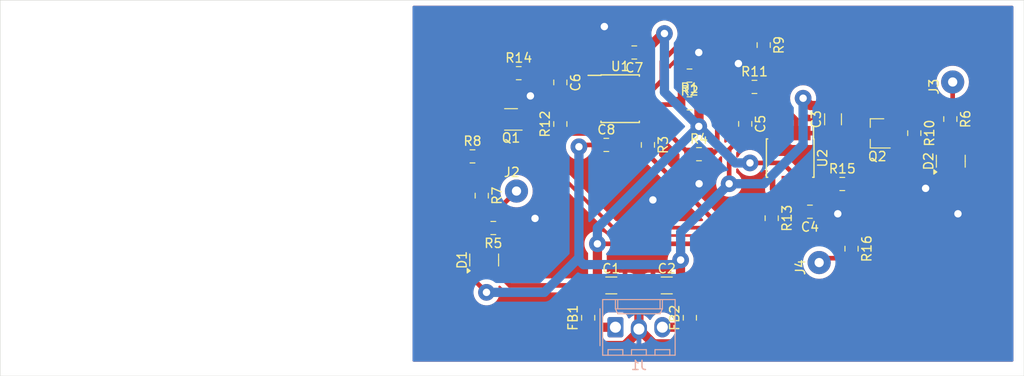
<source format=kicad_pcb>
(kicad_pcb (version 20240108) (generator "pcbnew") (generator_version "8.0")
  (layers (0 "F.Cu" signal) (31 "B.Cu" signal) (34 "B.Paste" user) (35 "F.Paste" user) (36 "B.SilkS" user "B.Silkscreen") (37 "F.SilkS" user "F.Silkscreen") (38 "B.Mask" user) (39 "F.Mask" user) (44 "Edge.Cuts" user))
  (net 0 "")
  (net 1 "GND")
  (net 2 "+5V")
  (net 3 "-5V")
  (net 4 "Net-(U2-Iout)")
  (net 5 "Net-(C6-Pad1)")
  (net 6 "Net-(Q1B-C)")
  (net 7 "Net-(D1-Pad3)")
  (net 8 "Net-(D2-Pad3)")
  (net 9 "Net-(J1-Pin_1)")
  (net 10 "Net-(J1-Pin_3)")
  (net 11 "Net-(J2-Pin_1)")
  (net 12 "Net-(J3-Pin_1)")
  (net 13 "Net-(J4-Pin_1)")
  (net 14 "Net-(Q1A-E)")
  (net 15 "Net-(Q1A-C)")
  (net 16 "Net-(Q1B-B)")
  (net 17 "Net-(Q2-PadB)")
  (net 18 "Net-(U2-Vout)")
  (net 19 "Net-(R4-Pad2)")
  (net 20 "Net-(U2--In)")
  (net 21 "Net-(U2-Iset)")
  (net 22 "Net-(U2-Gain)")
  (net 23 "Net-(U1B--)")
  (net 24 "Net-(U1B-+)")
  (footprint "synkie_footprints:R_0805_2012Metric_Pad1.15x1.40mm_HandSolder" (layer "F.Cu") (at 77.4875 46.54 -90)
    (property "Reference" "R7" (at 0 -1.65 90) (layer "F.SilkS"))
    (property "Value" "10k?")
    (fp_line (start -0.261252 0.71) (end 0.261252 0.71) (stroke (width 0.12)) (layer "F.SilkS"))
    (fp_line (start -0.261252 -0.71) (end 0.261252 -0.71) (stroke (width 0.12)) (layer "F.SilkS"))
    (pad "1" smd roundrect (at -1.025 0 270) (size 1.15 1.4) (layers "F.Cu" "F.Paste" "F.Mask") (roundrect_rratio 0.217391) (net 16 "Net-(Q1B-B)"))
    (pad "2" smd roundrect (at 1.025 0 270) (size 1.15 1.4) (layers "F.Cu" "F.Paste" "F.Mask") (roundrect_rratio 0.217391) (net 7 "Net-(D1-Pad3)"))
  )
  (footprint "synkie_footprints:R_0805_2012Metric_Pad1.15x1.40mm_HandSolder" (layer "F.Cu") (at 76.4875 42.29)
    (property "Reference" "R8" (at 0 -1.65 360) (layer "F.SilkS"))
    (property "Value" "180?")
    (fp_line (start -0.261252 -0.71) (end 0.261252 -0.71) (stroke (width 0.12)) (layer "F.SilkS"))
    (fp_line (start -0.261252 0.71) (end 0.261252 0.71) (stroke (width 0.12)) (layer "F.SilkS"))
    (pad "1" smd roundrect (at -1.025 0) (size 1.15 1.4) (layers "F.Cu" "F.Paste" "F.Mask") (roundrect_rratio 0.217391) (net 1 "GND"))
    (pad "2" smd roundrect (at 1.025 0) (size 1.15 1.4) (layers "F.Cu" "F.Paste" "F.Mask") (roundrect_rratio 0.217391) (net 16 "Net-(Q1B-B)"))
  )
  (footprint "synkie_footprints:SOT-23_BEC" (layer "F.Cu") (at 120.275 39.8025 180)
    (property "Reference" "Q2" (at 0 -2.5 360) (layer "F.SilkS"))
    (property "Value" "Trans_NPN_Generic")
    (fp_line (start 0.76 1.58) (end 0.76 0.65) (stroke (width 0.12)) (layer "F.SilkS"))
    (fp_line (start 0.76 1.58) (end -0.7 1.58) (stroke (width 0.12)) (layer "F.SilkS"))
    (fp_line (start 0.76 -1.58) (end 0.76 -0.65) (stroke (width 0.12)) (layer "F.SilkS"))
    (fp_line (start 0.76 -1.58) (end -1.4 -1.58) (stroke (width 0.12)) (layer "F.SilkS"))
    (pad "B" smd rect (at -1 -0.95 180) (size 0.9 0.8) (layers "F.Cu" "F.Paste" "F.Mask") (net 17 "Net-(Q2-PadB)"))
    (pad "C" smd rect (at 1 0 180) (size 0.9 0.8) (layers "F.Cu" "F.Paste" "F.Mask") (net 4 "Net-(U2-Iout)"))
    (pad "E" smd rect (at -1 0.95 180) (size 0.9 0.8) (layers "F.Cu" "F.Paste" "F.Mask") (net 1 "GND"))
  )
  (footprint "synkie_footprints:R_0805_2012Metric_Pad1.15x1.40mm_HandSolder" (layer "F.Cu") (at 95.4625 41.0525 -90)
    (property "Reference" "R3" (at 0 -1.65 90) (layer "F.SilkS"))
    (property "Value" "10k")
    (fp_line (start -0.261252 0.71) (end 0.261252 0.71) (stroke (width 0.12)) (layer "F.SilkS"))
    (fp_line (start -0.261252 -0.71) (end 0.261252 -0.71) (stroke (width 0.12)) (layer "F.SilkS"))
    (pad "1" smd roundrect (at -1.025 0 270) (size 1.15 1.4) (layers "F.Cu" "F.Paste" "F.Mask") (roundrect_rratio 0.217391) (net 24 "Net-(U1B-+)"))
    (pad "2" smd roundrect (at 1.025 0 270) (size 1.15 1.4) (layers "F.Cu" "F.Paste" "F.Mask") (roundrect_rratio 0.217391) (net 18 "Net-(U2-Vout)"))
  )
  (footprint "synkie_footprints:R_0805_2012Metric_Pad1.15x1.40mm_HandSolder" (layer "F.Cu") (at 100.9875 42.0525)
    (property "Reference" "R4" (at 0 -1.65 360) (layer "F.SilkS"))
    (property "Value" "100k")
    (fp_line (start -0.261252 -0.71) (end 0.261252 -0.71) (stroke (width 0.12)) (layer "F.SilkS"))
    (fp_line (start -0.261252 0.71) (end 0.261252 0.71) (stroke (width 0.12)) (layer "F.SilkS"))
    (pad "1" smd roundrect (at -1.025 0) (size 1.15 1.4) (layers "F.Cu" "F.Paste" "F.Mask") (roundrect_rratio 0.217391) (net 24 "Net-(U1B-+)"))
    (pad "2" smd roundrect (at 1.025 0) (size 1.15 1.4) (layers "F.Cu" "F.Paste" "F.Mask") (roundrect_rratio 0.217391) (net 19 "Net-(R4-Pad2)"))
  )
  (footprint "synkie_footprints:SOIC-8_3.9x4.9mm_P1.27mm" (layer "F.Cu") (at 110.8525 42.4775 -90)
    (property "Reference" "U2" (at 0 -3.5 90) (layer "F.SilkS"))
    (property "Value" "LT1228")
    (fp_line (start -2.075 2.575) (end 2.075 2.575) (stroke (width 0.15)) (layer "F.SilkS"))
    (fp_line (start -2.075 2.575) (end -2.075 2.43) (stroke (width 0.15)) (layer "F.SilkS"))
    (fp_line (start 2.075 2.575) (end 2.075 2.43) (stroke (width 0.15)) (layer "F.SilkS"))
    (fp_line (start -2.075 -2.525) (end -3.475 -2.525) (stroke (width 0.15)) (layer "F.SilkS"))
    (fp_line (start -2.075 -2.575) (end -2.075 -2.525) (stroke (width 0.15)) (layer "F.SilkS"))
    (fp_line (start -2.075 -2.575) (end 2.075 -2.575) (stroke (width 0.15)) (layer "F.SilkS"))
    (fp_line (start 2.075 -2.575) (end 2.075 -2.43) (stroke (width 0.15)) (layer "F.SilkS"))
    (pad "1" smd rect (at -2.7 -1.905 270) (size 1.55 0.6) (layers "F.Cu" "F.Paste" "F.Mask") (net 4 "Net-(U2-Iout)"))
    (pad "2" smd rect (at -2.7 -0.635 270) (size 1.55 0.6) (layers "F.Cu" "F.Paste" "F.Mask") (net 20 "Net-(U2--In)"))
    (pad "3" smd rect (at -2.7 0.635 270) (size 1.55 0.6) (layers "F.Cu" "F.Paste" "F.Mask") (net 1 "GND"))
    (pad "4" smd rect (at -2.7 1.905 270) (size 1.55 0.6) (layers "F.Cu" "F.Paste" "F.Mask") (net 3 "-5V"))
    (pad "5" smd rect (at 2.7 1.905 270) (size 1.55 0.6) (layers "F.Cu" "F.Paste" "F.Mask") (net 21 "Net-(U2-Iset)"))
    (pad "6" smd rect (at 2.7 0.635 270) (size 1.55 0.6) (layers "F.Cu" "F.Paste" "F.Mask") (net 18 "Net-(U2-Vout)"))
    (pad "7" smd rect (at 2.7 -0.635 270) (size 1.55 0.6) (layers "F.Cu" "F.Paste" "F.Mask") (net 2 "+5V"))
    (pad "8" smd rect (at 2.7 -1.905 270) (size 1.55 0.6) (layers "F.Cu" "F.Paste" "F.Mask") (net 22 "Net-(U2-Gain)"))
  )
  (footprint "synkie_footprints:C_1206_3216Metric_Pad1.42x1.75mm_HandSolder" (layer "F.Cu") (at 115.4875 38.2775 90)
    (property "Reference" "C3" (at 0 -1.82 90) (layer "F.SilkS"))
    (property "Value" "1n")
    (fp_line (start -0.602064 -0.91) (end 0.602064 -0.91) (stroke (width 0.12)) (layer "F.SilkS"))
    (fp_line (start -0.602064 0.91) (end 0.602064 0.91) (stroke (width 0.12)) (layer "F.SilkS"))
    (pad "1" smd roundrect (at -1.4875 0 90) (size 1.425 1.75) (layers "F.Cu" "F.Paste" "F.Mask") (roundrect_rratio 0.175439) (net 4 "Net-(U2-Iout)"))
    (pad "2" smd roundrect (at 1.4875 0 90) (size 1.425 1.75) (layers "F.Cu" "F.Paste" "F.Mask") (roundrect_rratio 0.175439) (net 3 "-5V"))
  )
  (footprint "synkie_footprints:R_0805_2012Metric_Pad1.15x1.40mm_HandSolder" (layer "F.Cu") (at 81.4875 33.29)
    (property "Reference" "R14" (at 0 -1.65 0) (layer "F.SilkS"))
    (property "Value" "1k?")
    (fp_line (start -0.261252 -0.71) (end 0.261252 -0.71) (stroke (width 0.12)) (layer "F.SilkS"))
    (fp_line (start -0.261252 0.71) (end 0.261252 0.71) (stroke (width 0.12)) (layer "F.SilkS"))
    (pad "1" smd roundrect (at -1.025 0) (size 1.15 1.4) (layers "F.Cu" "F.Paste" "F.Mask") (roundrect_rratio 0.217391) (net 14 "Net-(Q1A-E)"))
    (pad "2" smd roundrect (at 1.025 0) (size 1.15 1.4) (layers "F.Cu" "F.Paste" "F.Mask") (roundrect_rratio 0.217391) (net 5 "Net-(C6-Pad1)"))
  )
  (footprint "Package_TO_SOT_SMD:SOT-23" (layer "F.Cu") (at 77.75 53.5 90)
    (property "Reference" "D1" (at 0 -2.4 90) (layer "F.SilkS"))
    (property "Value" "BAT54S")
    (fp_line (start 0 -1.56) (end 0.65 -1.56) (stroke (width 0.12)) (layer "F.SilkS"))
    (fp_line (start 0 -1.56) (end -0.65 -1.56) (stroke (width 0.12)) (layer "F.SilkS"))
    (fp_line (start 0 1.56) (end 0.65 1.56) (stroke (width 0.12)) (layer "F.SilkS"))
    (fp_line (start 0 1.56) (end -0.65 1.56) (stroke (width 0.12)) (layer "F.SilkS"))
    (fp_poly (pts (xy -1.1625 -1.51) (xy -1.4025 -1.84) (xy -0.9225 -1.84) (xy -1.1625 -1.51)) (stroke (width 0.12)) (fill solid) (layer "F.SilkS"))
    (pad "1" smd roundrect (at -0.9375 -0.95 90) (size 1.475 0.6) (layers "F.Cu" "F.Paste" "F.Mask") (net 3 "-5V"))
    (pad "2" smd roundrect (at -0.9375 0.95 90) (size 1.475 0.6) (layers "F.Cu" "F.Paste" "F.Mask") (net 2 "+5V"))
    (pad "3" smd roundrect (at 0.9375 0 90) (size 1.475 0.6) (layers "F.Cu" "F.Paste" "F.Mask") (net 7 "Net-(D1-Pad3)"))
  )
  (footprint "synkie_footprints:R_0805_2012Metric_Pad1.15x1.40mm_HandSolder" (layer "F.Cu") (at 108.8525 48.9775 -90)
    (property "Reference" "R13" (at 0 -1.65 90) (layer "F.SilkS"))
    (property "Value" "3k?")
    (fp_line (start -0.261252 0.71) (end 0.261252 0.71) (stroke (width 0.12)) (layer "F.SilkS"))
    (fp_line (start -0.261252 -0.71) (end 0.261252 -0.71) (stroke (width 0.12)) (layer "F.SilkS"))
    (pad "1" smd roundrect (at -1.025 0 270) (size 1.15 1.4) (layers "F.Cu" "F.Paste" "F.Mask") (roundrect_rratio 0.217391) (net 21 "Net-(U2-Iset)"))
    (pad "2" smd roundrect (at 1.025 0 270) (size 1.15 1.4) (layers "F.Cu" "F.Paste" "F.Mask") (roundrect_rratio 0.217391) (net 15 "Net-(Q1A-C)"))
  )
  (footprint "synkie_footprints:R_0805_2012Metric_Pad1.15x1.40mm_HandSolder" (layer "F.Cu") (at 116.4875 45.2775)
    (property "Reference" "R15" (at 0 -1.65 360) (layer "F.SilkS"))
    (property "Value" "1k")
    (fp_line (start -0.261252 -0.71) (end 0.261252 -0.71) (stroke (width 0.12)) (layer "F.SilkS"))
    (fp_line (start -0.261252 0.71) (end 0.261252 0.71) (stroke (width 0.12)) (layer "F.SilkS"))
    (pad "1" smd roundrect (at -1.025 0) (size 1.15 1.4) (layers "F.Cu" "F.Paste" "F.Mask") (roundrect_rratio 0.217391) (net 22 "Net-(U2-Gain)"))
    (pad "2" smd roundrect (at 1.025 0) (size 1.15 1.4) (layers "F.Cu" "F.Paste" "F.Mask") (roundrect_rratio 0.217391) (net 18 "Net-(U2-Vout)"))
  )
  (footprint "synkie_footprints:L_0805_2012Metric_Pad1.15x1.40mm_HandSolder" (layer "F.Cu") (at 100 59.75 90)
    (property "Reference" "FB2" (at 0 -1.65 90) (layer "F.SilkS"))
    (property "Value" "L")
    (fp_line (start -0.261252 -0.71) (end 0.261252 -0.71) (stroke (width 0.12)) (layer "F.SilkS"))
    (fp_line (start -0.261252 0.71) (end 0.261252 0.71) (stroke (width 0.12)) (layer "F.SilkS"))
    (pad "1" smd roundrect (at -1.025 0 90) (size 1.15 1.4) (layers "F.Cu" "F.Paste" "F.Mask") (roundrect_rratio 0.217391) (net 10 "Net-(J1-Pin_3)"))
    (pad "2" smd roundrect (at 1.025 0 90) (size 1.15 1.4) (layers "F.Cu" "F.Paste" "F.Mask") (roundrect_rratio 0.217391) (net 3 "-5V"))
  )
  (footprint "synkie_footprints:Solderpad_1mm" (layer "F.Cu") (at 113.7335 54.2855 -90)
    (property "Reference" "J4" (at 0 1.778 90) (layer "F.SilkS"))
    (property "Value" "OUT")
    (pad "1" thru_hole circle (at -0.508 -0.254 270) (size 2.5 2.5) (drill 1) (layers "*.Cu" "*.Mask") (net 13 "Net-(J4-Pin_1)"))
  )
  (footprint "synkie_footprints:C_0805_2012Metric_Pad1.15x1.40mm_HandSolder" (layer "F.Cu") (at 93.9875 31.0525 180)
    (property "Reference" "C7" (at 0 -1.65 0) (layer "F.SilkS"))
    (property "Value" "100n")
    (fp_line (start -0.261252 0.71) (end 0.261252 0.71) (stroke (width 0.12)) (layer "F.SilkS"))
    (fp_line (start -0.261252 -0.71) (end 0.261252 -0.71) (stroke (width 0.12)) (layer "F.SilkS"))
    (pad "1" smd roundrect (at -1.025 0 180) (size 1.15 1.4) (layers "F.Cu" "F.Paste" "F.Mask") (roundrect_rratio 0.217391) (net 2 "+5V"))
    (pad "2" smd roundrect (at 1.025 0 180) (size 1.15 1.4) (layers "F.Cu" "F.Paste" "F.Mask") (roundrect_rratio 0.217391) (net 1 "GND"))
  )
  (footprint "synkie_footprints:R_0805_2012Metric_Pad1.15x1.40mm_HandSolder" (layer "F.Cu") (at 117.4875 52.2775 -90)
    (property "Reference" "R16" (at 0 -1.65 90) (layer "F.SilkS"))
    (property "Value" "75")
    (fp_line (start -0.261252 0.71) (end 0.261252 0.71) (stroke (width 0.12)) (layer "F.SilkS"))
    (fp_line (start -0.261252 -0.71) (end 0.261252 -0.71) (stroke (width 0.12)) (layer "F.SilkS"))
    (pad "1" smd roundrect (at -1.025 0 270) (size 1.15 1.4) (layers "F.Cu" "F.Paste" "F.Mask") (roundrect_rratio 0.217391) (net 18 "Net-(U2-Vout)"))
    (pad "2" smd roundrect (at 1.025 0 270) (size 1.15 1.4) (layers "F.Cu" "F.Paste" "F.Mask") (roundrect_rratio 0.217391) (net 13 "Net-(J4-Pin_1)"))
  )
  (footprint "synkie_footprints:R_0805_2012Metric_Pad1.15x1.40mm_HandSolder" (layer "F.Cu") (at 99.9625 36.5525)
    (property "Reference" "R1" (at 0 -1.65 360) (layer "F.SilkS"))
    (property "Value" "100k")
    (fp_line (start -0.261252 -0.71) (end 0.261252 -0.71) (stroke (width 0.12)) (layer "F.SilkS"))
    (fp_line (start -0.261252 0.71) (end 0.261252 0.71) (stroke (width 0.12)) (layer "F.SilkS"))
    (pad "1" smd roundrect (at -1.025 0) (size 1.15 1.4) (layers "F.Cu" "F.Paste" "F.Mask") (roundrect_rratio 0.217391) (net 23 "Net-(U1B--)"))
    (pad "2" smd roundrect (at 1.025 0) (size 1.15 1.4) (layers "F.Cu" "F.Paste" "F.Mask") (roundrect_rratio 0.217391) (net 2 "+5V"))
  )
  (footprint "synkie_footprints:C_0805_2012Metric_Pad1.15x1.40mm_HandSolder" (layer "F.Cu") (at 105.9875 38.7775 -90)
    (property "Reference" "C5" (at 0 -1.65 90) (layer "F.SilkS"))
    (property "Value" "100n")
    (fp_line (start -0.261252 0.71) (end 0.261252 0.71) (stroke (width 0.12)) (layer "F.SilkS"))
    (fp_line (start -0.261252 -0.71) (end 0.261252 -0.71) (stroke (width 0.12)) (layer "F.SilkS"))
    (pad "1" smd roundrect (at -1.025 0 270) (size 1.15 1.4) (layers "F.Cu" "F.Paste" "F.Mask") (roundrect_rratio 0.217391) (net 1 "GND"))
    (pad "2" smd roundrect (at 1.025 0 270) (size 1.15 1.4) (layers "F.Cu" "F.Paste" "F.Mask") (roundrect_rratio 0.217391) (net 3 "-5V"))
  )
  (footprint "synkie_footprints:C_1206_3216Metric_Pad1.42x1.75mm_HandSolder" (layer "F.Cu") (at 97.5 56.25)
    (property "Reference" "C2" (at 0 -1.82 360) (layer "F.SilkS"))
    (property "Value" "2u2")
    (fp_line (start -0.602064 -0.91) (end 0.602064 -0.91) (stroke (width 0.12)) (layer "F.SilkS"))
    (fp_line (start -0.602064 0.91) (end 0.602064 0.91) (stroke (width 0.12)) (layer "F.SilkS"))
    (pad "1" smd roundrect (at -1.4875 0) (size 1.425 1.75) (layers "F.Cu" "F.Paste" "F.Mask") (roundrect_rratio 0.175439) (net 1 "GND"))
    (pad "2" smd roundrect (at 1.4875 0) (size 1.425 1.75) (layers "F.Cu" "F.Paste" "F.Mask") (roundrect_rratio 0.175439) (net 3 "-5V"))
  )
  (footprint "synkie_footprints:SOT-363_SC-70-6_Handsoldering" (layer "F.Cu") (at 80.6575 38.29 180)
    (property "Reference" "Q1" (at 0 -2 360) (layer "F.SilkS"))
    (property "Value" "PMBT3906YS")
    (fp_line (start 0.7 -1.16) (end -1.2 -1.16) (stroke (width 0.12)) (layer "F.SilkS"))
    (fp_line (start -0.7 1.16) (end 0.7 1.16) (stroke (width 0.12)) (layer "F.SilkS"))
    (pad "1" smd rect (at -1.33 -0.65 180) (size 1.5 0.4) (layers "F.Cu" "F.Paste" "F.Mask") (net 14 "Net-(Q1A-E)"))
    (pad "2" smd rect (at -1.33 0 180) (size 1.5 0.4) (layers "F.Cu" "F.Paste" "F.Mask") (net 1 "GND"))
    (pad "3" smd rect (at -1.33 0.65 180) (size 1.5 0.4) (layers "F.Cu" "F.Paste" "F.Mask") (net 6 "Net-(Q1B-C)"))
    (pad "4" smd rect (at 1.33 0.65 180) (size 1.5 0.4) (layers "F.Cu" "F.Paste" "F.Mask") (net 14 "Net-(Q1A-E)"))
    (pad "5" smd rect (at 1.33 0 180) (size 1.5 0.4) (layers "F.Cu" "F.Paste" "F.Mask") (net 16 "Net-(Q1B-B)"))
    (pad "6" smd rect (at 1.33 -0.65 180) (size 1.5 0.4) (layers "F.Cu" "F.Paste" "F.Mask") (net 15 "Net-(Q1A-C)"))
  )
  (footprint "synkie_footprints:Solderpad_1mm" (layer "F.Cu") (at 80.7375 45.79 180)
    (property "Reference" "J2" (at 0 1.778 360) (layer "F.SilkS"))
    (property "Value" "FRQ")
    (pad "1" thru_hole circle (at -0.508 -0.254 180) (size 2.5 2.5) (drill 1) (layers "*.Cu" "*.Mask") (net 11 "Net-(J2-Pin_1)"))
  )
  (footprint "synkie_footprints:C_1206_3216Metric_Pad1.42x1.75mm_HandSolder" (layer "F.Cu") (at 91.5 56.25)
    (property "Reference" "C1" (at 0 -1.82 360) (layer "F.SilkS"))
    (property "Value" "2u2")
    (fp_line (start -0.602064 -0.91) (end 0.602064 -0.91) (stroke (width 0.12)) (layer "F.SilkS"))
    (fp_line (start -0.602064 0.91) (end 0.602064 0.91) (stroke (width 0.12)) (layer "F.SilkS"))
    (pad "1" smd roundrect (at -1.4875 0) (size 1.425 1.75) (layers "F.Cu" "F.Paste" "F.Mask") (roundrect_rratio 0.175439) (net 2 "+5V"))
    (pad "2" smd roundrect (at 1.4875 0) (size 1.425 1.75) (layers "F.Cu" "F.Paste" "F.Mask") (roundrect_rratio 0.175439) (net 1 "GND"))
  )
  (footprint "synkie_footprints:R_0805_2012Metric_Pad1.15x1.40mm_HandSolder" (layer "F.Cu") (at 106.9875 34.7775)
    (property "Reference" "R11" (at 0 -1.65 360) (layer "F.SilkS"))
    (property "Value" "100?")
    (fp_line (start -0.261252 -0.71) (end 0.261252 -0.71) (stroke (width 0.12)) (layer "F.SilkS"))
    (fp_line (start -0.261252 0.71) (end 0.261252 0.71) (stroke (width 0.12)) (layer "F.SilkS"))
    (pad "1" smd roundrect (at -1.025 0) (size 1.15 1.4) (layers "F.Cu" "F.Paste" "F.Mask") (roundrect_rratio 0.217391) (net 1 "GND"))
    (pad "2" smd roundrect (at 1.025 0) (size 1.15 1.4) (layers "F.Cu" "F.Paste" "F.Mask") (roundrect_rratio 0.217391) (net 20 "Net-(U2--In)"))
  )
  (footprint "synkie_footprints:C_0805_2012Metric_Pad1.15x1.40mm_HandSolder" (layer "F.Cu") (at 85.9875 34.29 -90)
    (property "Reference" "C6" (at 0 -1.65 90) (layer "F.SilkS"))
    (property "Value" "100p?")
    (fp_line (start -0.261252 0.71) (end 0.261252 0.71) (stroke (width 0.12)) (layer "F.SilkS"))
    (fp_line (start -0.261252 -0.71) (end 0.261252 -0.71) (stroke (width 0.12)) (layer "F.SilkS"))
    (pad "1" smd roundrect (at -1.025 0 270) (size 1.15 1.4) (layers "F.Cu" "F.Paste" "F.Mask") (roundrect_rratio 0.217391) (net 5 "Net-(C6-Pad1)"))
    (pad "2" smd roundrect (at 1.025 0 270) (size 1.15 1.4) (layers "F.Cu" "F.Paste" "F.Mask") (roundrect_rratio 0.217391) (net 6 "Net-(Q1B-C)"))
  )
  (footprint "synkie_footprints:L_0805_2012Metric_Pad1.15x1.40mm_HandSolder" (layer "F.Cu") (at 89 59.75 90)
    (property "Reference" "FB1" (at 0 -1.65 90) (layer "F.SilkS"))
    (property "Value" "L")
    (fp_line (start -0.261252 -0.71) (end 0.261252 -0.71) (stroke (width 0.12)) (layer "F.SilkS"))
    (fp_line (start -0.261252 0.71) (end 0.261252 0.71) (stroke (width 0.12)) (layer "F.SilkS"))
    (pad "1" smd roundrect (at -1.025 0 90) (size 1.15 1.4) (layers "F.Cu" "F.Paste" "F.Mask") (roundrect_rratio 0.217391) (net 9 "Net-(J1-Pin_1)"))
    (pad "2" smd roundrect (at 1.025 0 90) (size 1.15 1.4) (layers "F.Cu" "F.Paste" "F.Mask") (roundrect_rratio 0.217391) (net 2 "+5V"))
  )
  (footprint "synkie_footprints:C_0805_2012Metric_Pad1.15x1.40mm_HandSolder" (layer "F.Cu") (at 90.9625 41.0525)
    (property "Reference" "C8" (at 0 -1.65 0) (layer "F.SilkS"))
    (property "Value" "100n")
    (fp_line (start -0.261252 -0.71) (end 0.261252 -0.71) (stroke (width 0.12)) (layer "F.SilkS"))
    (fp_line (start -0.261252 0.71) (end 0.261252 0.71) (stroke (width 0.12)) (layer "F.SilkS"))
    (pad "1" smd roundrect (at -1.025 0) (size 1.15 1.4) (layers "F.Cu" "F.Paste" "F.Mask") (roundrect_rratio 0.217391) (net 3 "-5V"))
    (pad "2" smd roundrect (at 1.025 0) (size 1.15 1.4) (layers "F.Cu" "F.Paste" "F.Mask") (roundrect_rratio 0.217391) (net 1 "GND"))
  )
  (footprint "synkie_footprints:R_0805_2012Metric_Pad1.15x1.40mm_HandSolder" (layer "F.Cu") (at 128.175 38.2525 -90)
    (property "Reference" "R6" (at 0 -1.65 90) (layer "F.SilkS"))
    (property "Value" "100")
    (fp_line (start -0.261252 0.71) (end 0.261252 0.71) (stroke (width 0.12)) (layer "F.SilkS"))
    (fp_line (start -0.261252 -0.71) (end 0.261252 -0.71) (stroke (width 0.12)) (layer "F.SilkS"))
    (pad "1" smd roundrect (at -1.025 0 270) (size 1.15 1.4) (layers "F.Cu" "F.Paste" "F.Mask") (roundrect_rratio 0.217391) (net 12 "Net-(J3-Pin_1)"))
    (pad "2" smd roundrect (at 1.025 0 270) (size 1.15 1.4) (layers "F.Cu" "F.Paste" "F.Mask") (roundrect_rratio 0.217391) (net 8 "Net-(D2-Pad3)"))
  )
  (footprint "synkie_footprints:Solderpad_1mm" (layer "F.Cu") (at 128.175 34.7525 -90)
    (property "Reference" "J3" (at 0 1.778 90) (layer "F.SilkS"))
    (property "Value" "RST")
    (pad "1" thru_hole circle (at -0.508 -0.254 270) (size 2.5 2.5) (drill 1) (layers "*.Cu" "*.Mask") (net 12 "Net-(J3-Pin_1)"))
  )
  (footprint "synkie_footprints:R_0805_2012Metric_Pad1.15x1.40mm_HandSolder" (layer "F.Cu") (at 78.7375 50.04 180)
    (property "Reference" "R5" (at 0 -1.65 360) (layer "F.SilkS"))
    (property "Value" "100")
    (fp_line (start -0.261252 0.71) (end 0.261252 0.71) (stroke (width 0.12)) (layer "F.SilkS"))
    (fp_line (start -0.261252 -0.71) (end 0.261252 -0.71) (stroke (width 0.12)) (layer "F.SilkS"))
    (pad "1" smd roundrect (at -1.025 0 180) (size 1.15 1.4) (layers "F.Cu" "F.Paste" "F.Mask") (roundrect_rratio 0.217391) (net 11 "Net-(J2-Pin_1)"))
    (pad "2" smd roundrect (at 1.025 0 180) (size 1.15 1.4) (layers "F.Cu" "F.Paste" "F.Mask") (roundrect_rratio 0.217391) (net 7 "Net-(D1-Pad3)"))
  )
  (footprint "synkie_footprints:R_0805_2012Metric_Pad1.15x1.40mm_HandSolder" (layer "F.Cu") (at 99.9625 33.5525 180)
    (property "Reference" "R2" (at 0 -1.65 360) (layer "F.SilkS"))
    (property "Value" "10k")
    (fp_line (start -0.261252 0.71) (end 0.261252 0.71) (stroke (width 0.12)) (layer "F.SilkS"))
    (fp_line (start -0.261252 -0.71) (end 0.261252 -0.71) (stroke (width 0.12)) (layer "F.SilkS"))
    (pad "1" smd roundrect (at -1.025 0 180) (size 1.15 1.4) (layers "F.Cu" "F.Paste" "F.Mask") (roundrect_rratio 0.217391) (net 1 "GND"))
    (pad "2" smd roundrect (at 1.025 0 180) (size 1.15 1.4) (layers "F.Cu" "F.Paste" "F.Mask") (roundrect_rratio 0.217391) (net 23 "Net-(U1B--)"))
  )
  (footprint "synkie_footprints:C_0805_2012Metric_Pad1.15x1.40mm_HandSolder" (layer "F.Cu") (at 112.9875 48.2775 180)
    (property "Reference" "C4" (at 0 -1.65 360) (layer "F.SilkS"))
    (property "Value" "100n")
    (fp_line (start -0.261252 0.71) (end 0.261252 0.71) (stroke (width 0.12)) (layer "F.SilkS"))
    (fp_line (start -0.261252 -0.71) (end 0.261252 -0.71) (stroke (width 0.12)) (layer "F.SilkS"))
    (pad "1" smd roundrect (at -1.025 0 180) (size 1.15 1.4) (layers "F.Cu" "F.Paste" "F.Mask") (roundrect_rratio 0.217391) (net 1 "GND"))
    (pad "2" smd roundrect (at 1.025 0 180) (size 1.15 1.4) (layers "F.Cu" "F.Paste" "F.Mask") (roundrect_rratio 0.217391) (net 2 "+5V"))
  )
  (footprint "Package_TO_SOT_SMD:SOT-23" (layer "F.Cu") (at 128.225 42.815 90)
    (property "Reference" "D2" (at 0 -2.4 90) (layer "F.SilkS"))
    (property "Value" "BAT54S")
    (fp_line (start 0 -1.56) (end 0.65 -1.56) (stroke (width 0.12)) (layer "F.SilkS"))
    (fp_line (start 0 -1.56) (end -0.65 -1.56) (stroke (width 0.12)) (layer "F.SilkS"))
    (fp_line (start 0 1.56) (end 0.65 1.56) (stroke (width 0.12)) (layer "F.SilkS"))
    (fp_line (start 0 1.56) (end -0.65 1.56) (stroke (width 0.12)) (layer "F.SilkS"))
    (fp_poly (pts (xy -1.1625 -1.51) (xy -1.4025 -1.84) (xy -0.9225 -1.84) (xy -1.1625 -1.51)) (stroke (width 0.12)) (fill solid) (layer "F.SilkS"))
    (pad "1" smd roundrect (at -0.9375 -0.95 90) (size 1.475 0.6) (layers "F.Cu" "F.Paste" "F.Mask") (net 1 "GND"))
    (pad "2" smd roundrect (at -0.9375 0.95 90) (size 1.475 0.6) (layers "F.Cu" "F.Paste" "F.Mask") (net 2 "+5V"))
    (pad "3" smd roundrect (at 0.9375 0 90) (size 1.475 0.6) (layers "F.Cu" "F.Paste" "F.Mask") (net 8 "Net-(D2-Pad3)"))
  )
  (footprint "synkie_footprints:SOIC-8_3.9x4.9mm_P1.27mm" (layer "F.Cu") (at 92.4625 36.0525)
    (property "Reference" "U1" (at 0 -3.5 0) (layer "F.SilkS"))
    (property "Value" "LM833")
    (fp_line (start -2.075 -2.575) (end -2.075 -2.525) (stroke (width 0.15)) (layer "F.SilkS"))
    (fp_line (start -2.075 -2.575) (end 2.075 -2.575) (stroke (width 0.15)) (layer "F.SilkS"))
    (fp_line (start -2.075 -2.525) (end -3.475 -2.525) (stroke (width 0.15)) (layer "F.SilkS"))
    (fp_line (start -2.075 2.575) (end -2.075 2.43) (stroke (width 0.15)) (layer "F.SilkS"))
    (fp_line (start -2.075 2.575) (end 2.075 2.575) (stroke (width 0.15)) (layer "F.SilkS"))
    (fp_line (start 2.075 -2.575) (end 2.075 -2.43) (stroke (width 0.15)) (layer "F.SilkS"))
    (fp_line (start 2.075 2.575) (end 2.075 2.43) (stroke (width 0.15)) (layer "F.SilkS"))
    (pad "1" smd rect (at -2.7 -1.905) (size 1.55 0.6) (layers "F.Cu" "F.Paste" "F.Mask") (net 5 "Net-(C6-Pad1)"))
    (pad "2" smd rect (at -2.7 -0.635) (size 1.55 0.6) (layers "F.Cu" "F.Paste" "F.Mask") (net 6 "Net-(Q1B-C)"))
    (pad "3" smd rect (at -2.7 0.635) (size 1.55 0.6) (layers "F.Cu" "F.Paste" "F.Mask") (net 1 "GND"))
    (pad "4" smd rect (at -2.7 1.905) (size 1.55 0.6) (layers "F.Cu" "F.Paste" "F.Mask") (net 3 "-5V"))
    (pad "5" smd rect (at 2.7 1.905) (size 1.55 0.6) (layers "F.Cu" "F.Paste" "F.Mask") (net 24 "Net-(U1B-+)"))
    (pad "6" smd rect (at 2.7 0.635) (size 1.55 0.6) (layers "F.Cu" "F.Paste" "F.Mask") (net 23 "Net-(U1B--)"))
    (pad "7" smd rect (at 2.7 -0.635) (size 1.55 0.6) (layers "F.Cu" "F.Paste" "F.Mask") (net 19 "Net-(R4-Pad2)"))
    (pad "8" smd rect (at 2.7 -1.905) (size 1.55 0.6) (layers "F.Cu" "F.Paste" "F.Mask") (net 2 "+5V"))
  )
  (footprint "synkie_footprints:R_0805_2012Metric_Pad1.15x1.40mm_HandSolder" (layer "F.Cu") (at 85.9875 38.79 90)
    (property "Reference" "R12" (at 0 -1.65 90) (layer "F.SilkS"))
    (property "Value" "51k?")
    (fp_line (start -0.261252 -0.71) (end 0.261252 -0.71) (stroke (width 0.12)) (layer "F.SilkS"))
    (fp_line (start -0.261252 0.71) (end 0.261252 0.71) (stroke (width 0.12)) (layer "F.SilkS"))
    (pad "1" smd roundrect (at -1.025 0 90) (size 1.15 1.4) (layers "F.Cu" "F.Paste" "F.Mask") (roundrect_rratio 0.217391) (net 3 "-5V"))
    (pad "2" smd roundrect (at 1.025 0 90) (size 1.15 1.4) (layers "F.Cu" "F.Paste" "F.Mask") (roundrect_rratio 0.217391) (net 6 "Net-(Q1B-C)"))
  )
  (footprint "synkie_footprints:R_0805_2012Metric_Pad1.15x1.40mm_HandSolder" (layer "F.Cu") (at 124.275 39.7775 -90)
    (property "Reference" "R10" (at 0 -1.65 90) (layer "F.SilkS"))
    (property "Value" "?")
    (fp_line (start -0.261252 0.71) (end 0.261252 0.71) (stroke (width 0.12)) (layer "F.SilkS"))
    (fp_line (start -0.261252 -0.71) (end 0.261252 -0.71) (stroke (width 0.12)) (layer "F.SilkS"))
    (pad "1" smd roundrect (at -1.025 0 270) (size 1.15 1.4) (layers "F.Cu" "F.Paste" "F.Mask") (roundrect_rratio 0.217391) (net 8 "Net-(D2-Pad3)"))
    (pad "2" smd roundrect (at 1.025 0 270) (size 1.15 1.4) (layers "F.Cu" "F.Paste" "F.Mask") (roundrect_rratio 0.217391) (net 17 "Net-(Q2-PadB)"))
  )
  (footprint "synkie_footprints:R_0805_2012Metric_Pad1.15x1.40mm_HandSolder" (layer "F.Cu") (at 107.9875 30.2525 -90)
    (property "Reference" "R9" (at 0 -1.65 90) (layer "F.SilkS"))
    (property "Value" "5k?")
    (fp_line (start -0.261252 0.71) (end 0.261252 0.71) (stroke (width 0.12)) (layer "F.SilkS"))
    (fp_line (start -0.261252 -0.71) (end 0.261252 -0.71) (stroke (width 0.12)) (layer "F.SilkS"))
    (pad "1" smd roundrect (at -1.025 0 270) (size 1.15 1.4) (layers "F.Cu" "F.Paste" "F.Mask") (roundrect_rratio 0.217391) (net 19 "Net-(R4-Pad2)"))
    (pad "2" smd roundrect (at 1.025 0 270) (size 1.15 1.4) (layers "F.Cu" "F.Paste" "F.Mask") (roundrect_rratio 0.217391) (net 20 "Net-(U2--In)"))
  )
  (footprint "synkie_footprints:Molex_KK-254_AE-6410-03A_1x03_P2.54mm_Vertical" (layer "B.Cu") (at 91.9475 60.77)
    (property "Reference" "J1" (at 2.54 4.12 360) (layer "B.SilkS") (effects (justify mirror)))
    (property "Value" "Conn_01x03")
    (fp_line (start -1.67 -2) (end -1.67 2) (stroke (width 0.12)) (layer "B.SilkS"))
    (fp_line (start -1.38 -2.99) (end -1.38 3.03) (stroke (width 0.12)) (layer "B.SilkS"))
    (fp_line (start -1.38 3.03) (end 6.46 3.03) (stroke (width 0.12)) (layer "B.SilkS"))
    (fp_line (start -0.8 2.43) (end -0.8 3.03) (stroke (width 0.12)) (layer "B.SilkS"))
    (fp_line (start 0 -1.99) (end 0 -2.99) (stroke (width 0.12)) (layer "B.SilkS"))
    (fp_line (start 0.25 -1.99) (end 0.25 -2.99) (stroke (width 0.12)) (layer "B.SilkS"))
    (fp_line (start 0.25 -1.46) (end 0 -1.99) (stroke (width 0.12)) (layer "B.SilkS"))
    (fp_line (start 0.8 2.43) (end -0.8 2.43) (stroke (width 0.12)) (layer "B.SilkS"))
    (fp_line (start 0.8 3.03) (end 0.8 2.43) (stroke (width 0.12)) (layer "B.SilkS"))
    (fp_line (start 1.74 2.43) (end 1.74 3.03) (stroke (width 0.12)) (layer "B.SilkS"))
    (fp_line (start 3.34 2.43) (end 1.74 2.43) (stroke (width 0.12)) (layer "B.SilkS"))
    (fp_line (start 3.34 3.03) (end 3.34 2.43) (stroke (width 0.12)) (layer "B.SilkS"))
    (fp_line (start 4.28 2.43) (end 4.28 3.03) (stroke (width 0.12)) (layer "B.SilkS"))
    (fp_line (start 4.83 -1.99) (end 4.83 -2.99) (stroke (width 0.12)) (layer "B.SilkS"))
    (fp_line (start 4.83 -1.46) (end 0.25 -1.46) (stroke (width 0.12)) (layer "B.SilkS"))
    (fp_line (start 5.08 -2.99) (end 5.08 -1.99) (stroke (width 0.12)) (layer "B.SilkS"))
    (fp_line (start 5.08 -1.99) (end 0 -1.99) (stroke (width 0.12)) (layer "B.SilkS"))
    (fp_line (start 5.08 -1.99) (end 4.83 -1.46) (stroke (width 0.12)) (layer "B.SilkS"))
    (fp_line (start 5.88 2.43) (end 4.28 2.43) (stroke (width 0.12)) (layer "B.SilkS"))
    (fp_line (start 5.88 3.03) (end 5.88 2.43) (stroke (width 0.12)) (layer "B.SilkS"))
    (fp_line (start 6.46 -2.99) (end -1.38 -2.99) (stroke (width 0.12)) (layer "B.SilkS"))
    (fp_line (start 6.46 3.03) (end 6.46 -2.99) (stroke (width 0.12)) (layer "B.SilkS"))
    (pad "1" thru_hole roundrect (at 0 0) (size 1.74 2.2) (drill 1.2) (layers "*.Cu" "*.Mask") (roundrect_rratio 0.143678) (net 9 "Net-(J1-Pin_1)"))
    (pad "2" thru_hole oval (at 2.54 0.2) (size 1.74 2.2) (drill 1.2) (layers "*.Cu" "*.Mask") (net 1 "GND"))
    (pad "3" thru_hole oval (at 5.08 0) (size 1.74 2.2) (drill 1.2) (layers "*.Cu" "*.Mask") (net 10 "Net-(J1-Pin_3)"))
  )
  (gr_line (start 25.4 66.04) (end 25.4 25.4) (stroke (width 0.05)) (layer "Edge.Cuts"))
  (gr_line (start 25.4 25.4) (end 136.144 25.4) (stroke (width 0.05)) (layer "Edge.Cuts"))
  (gr_line (start 136.144 25.4) (end 136.144 66.04) (stroke (width 0.05)) (layer "Edge.Cuts"))
  (gr_line (start 136.144 66.04) (end 25.4 66.04) (stroke (width 0.05)) (layer "Edge.Cuts"))
  (gr_text "2024-08-26 ltvco" (at 103.25 60.75 0) (layer "F.Cu") (effects (font (size 1 1)) (justify left bottom)))
  (segment (start 91.6475 36.6875) (end 91.9875 37.0275) (width 0.5) (layer "F.Cu") (net 1))
  (segment (start 83.0875 38.29) (end 83.9875 39.19) (width 0.4) (layer "F.Cu") (net 1))
  (segment (start 105.9625 34.7775) (end 105.9625 37.7275) (width 0.5) (layer "F.Cu") (net 1))
  (segment (start 94.75 56.25) (end 96.0125 56.25) (width 1) (layer "F.Cu") (net 1))
  (segment (start 76.9475 31.0525) (end 90.75 31.0525) (width 1) (layer "F.Cu") (net 1))
  (segment (start 91.9875 41.0525) (end 91.9875 37.0275) (width 0.5) (layer "F.Cu") (net 1))
  (segment (start 90.75 31.0525) (end 90.75 28.25) (width 1) (layer "F.Cu") (net 1))
  (segment (start 73.25 42.75) (end 73.71 42.29) (width 1) (layer "F.Cu") (net 1))
  (segment (start 130.5 31) (end 124 31) (width 1) (layer "F.Cu") (net 1))
  (segment (start 73.25 57.5) (end 73.25 42.75) (width 1) (layer "F.Cu") (net 1))
  (segment (start 85.7375 42.79) (end 91.2375 42.79) (width 0.4) (layer "F.Cu") (net 1))
  (segment (start 115.7775 48.2775) (end 116 48.5) (width 1) (layer "F.Cu") (net 1))
  (segment (start 121.275 33.775) (end 121.275 38.8525) (width 1) (layer "F.Cu") (net 1))
  (segment (start 132.75 48.75) (end 132.75 33.25) (width 1) (layer "F.Cu") (net 1))
  (segment (start 129 48.5) (end 130.75 50.25) (width 1) (layer "F.Cu") (net 1))
  (segment (start 73.71 42.29) (end 75.4625 42.29) (width 1) (layer "F.Cu") (net 1))
  (segment (start 109.4675 37.7525) (end 110.2175 38.5025) (width 0.5) (layer "F.Cu") (net 1))
  (segment (start 105.9625 37.7275) (end 105.9875 37.7525) (width 0.5) (layer "F.Cu") (net 1))
  (segment (start 94.4875 60.97) (end 94.4875 61.2) (width 1) (layer "F.Cu") (net 1))
  (segment (start 110.2175 38.5025) (end 110.2175 39.7775) (width 0.5) (layer "F.Cu") (net 1))
  (segment (start 96.0875 62.57) (end 118.93 62.57) (width 1) (layer "F.Cu") (net 1))
  (segment (start 91.9875 37.0275) (end 92.9625 36.0525) (width 0.5) (layer "F.Cu") (net 1))
  (segment (start 91.9875 42.04) (end 91.9875 41.0525) (width 0.4) (layer "F.Cu") (net 1))
  (segment (start 130.75 50.25) (end 131.25 50.25) (width 1) (layer "F.Cu") (net 1))
  (segment (start 91.2375 42.79) (end 91.9875 42.04) (width 0.4) (layer "F.Cu") (net 1))
  (segment (start 105.9625 32.9625) (end 105.25 32.25) (width 0.5) (layer "F.Cu") (net 1))
  (segment (start 100.9875 33.5525) (end 100.9875 31.0775) (width 1) (layer "F.Cu") (net 1))
  (segment (start 94.4875 56.5125) (end 94.75 56.25) (width 1) (layer "F.Cu") (net 1))
  (segment (start 83.9875 41.04) (end 85.7375 42.79) (width 0.4) (layer "F.Cu") (net 1))
  (segment (start 114.0125 48.2775) (end 115.7775 48.2775) (width 1) (layer "F.Cu") (net 1))
  (segment (start 132.75 33.25) (end 130.5 31) (width 1) (layer "F.Cu") (net 1))
  (segment (start 73.25 34.75) (end 76.9475 31.0525) (width 1) (layer "F.Cu") (net 1))
  (segment (start 131.25 50.25) (end 132.75 48.75) (width 1) (layer "F.Cu") (net 1))
  (segment (start 78.5 62.75) (end 73.25 57.5) (width 1) (layer "F.Cu") (net 1))
  (segment (start 92.9625 36.0525) (end 92.9625 31.0525) (width 0.5) (layer "F.Cu") (net 1))
  (segment (start 83.9875 39.19) (end 83.9875 41.04) (width 0.4) (layer "F.Cu") (net 1))
  (segment (start 94.4875 60.97) (end 94.4875 56.5125) (width 1) (layer "F.Cu") (net 1))
  (segment (start 121.25 33.75) (end 121.275 33.775) (width 1) (layer "F.Cu") (net 1))
  (segment (start 92.9875 56.25) (end 94.75 56.25) (width 1) (layer "F.Cu") (net 1))
  (segment (start 127.275 43.975) (end 125.5 45.75) (width 0.5) (layer "F.Cu") (net 1))
  (segment (start 118.93 62.57) (end 131.25 50.25) (width 1) (layer "F.Cu") (net 1))
  (segment (start 90.75 31.0525) (end 92.9625 31.0525) (width 1) (layer "F.Cu") (net 1))
  (segment (start 92.9375 62.75) (end 78.5 62.75) (width 1) (layer "F.Cu") (net 1))
  (segment (start 105.9625 34.7775) (end 105.9625 32.9625) (width 0.5) (layer "F.Cu") (net 1))
  (segment (start 73.25 42.75) (end 73.25 34.75) (width 1) (layer "F.Cu") (net 1))
  (segment (start 127.275 43.7525) (end 127.275 43.975) (width 0.5) (layer "F.Cu") (net 1))
  (segment (start 81.9875 38.29) (end 83.0875 38.29) (width 0.4) (layer "F.Cu") (net 1))
  (segment (start 105.9875 37.7525) (end 109.4675 37.7525) (width 0.5) (layer "F.Cu") (net 1))
  (segment (start 94.4875 60.97) (end 96.0875 62.57) (width 1) (layer "F.Cu") (net 1))
  (segment (start 100.9875 31.0775) (end 100.9625 31.0525) (width 1) (layer "F.Cu") (net 1))
  (segment (start 124 31) (end 121.25 33.75) (width 1) (layer "F.Cu") (net 1))
  (segment (start 89.7625 36.6875) (end 91.6475 36.6875) (width 0.5) (layer "F.Cu") (net 1))
  (segment (start 94.4875 61.2) (end 92.9375 62.75) (width 1) (layer "F.Cu") (net 1))
  (via (at 90.75 28.25) (size 1.8) (drill 0.8) (layers "F.Cu" "B.Cu") (net 1))
  (via (at 96 47) (size 1.8) (drill 0.8) (layers "F.Cu" "B.Cu") (net 1))
  (via (at 129 48.5) (size 1.8) (drill 0.8) (layers "F.Cu" "B.Cu") (net 1))
  (via (at 82.75 35.75) (size 1.8) (drill 0.8) (layers "F.Cu" "B.Cu") (net 1))
  (via (at 116 48.5) (size 1.8) (drill 0.8) (layers "F.Cu" "B.Cu") (net 1))
  (via (at 125.5 45.75) (size 1.8) (drill 0.8) (layers "F.Cu" "B.Cu") (net 1))
  (via (at 83.25 49) (size 1.8) (drill 0.8) (layers "F.Cu" "B.Cu") (net 1))
  (via (at 100.9625 31.0525) (size 1.8) (drill 0.8) (layers "F.Cu" "B.Cu") (net 1))
  (via (at 101 45.25) (size 1.8) (drill 0.8) (layers "F.Cu" "B.Cu") (net 1))
  (via (at 105.25 32.25) (size 1.8) (drill 0.8) (layers "F.Cu" "B.Cu") (net 1))
  (segment (start 102.16 32.25) (end 100.9625 31.0525) (width 1) (layer "B.Cu") (net 1))
  (segment (start 126.25 45.75) (end 129 48.5) (width 1) (layer "B.Cu") (net 1))
  (segment (start 90.75 28.25) (end 92.25 26.75) (width 1) (layer "B.Cu") (net 1))
  (segment (start 116 48.5) (end 122.75 48.5) (width 1) (layer "B.Cu") (net 1))
  (segment (start 98.5 26.75) (end 100.9625 29.2125) (width 1) (layer "B.Cu") (net 1))
  (segment (start 92.25 26.75) (end 98.5 26.75) (width 1) (layer "B.Cu") (net 1))
  (segment (start 125.5 45.75) (end 126.25 45.75) (width 1) (layer "B.Cu") (net 1))
  (segment (start 122.75 48.5) (end 125.5 45.75) (width 1) (layer "B.Cu") (net 1))
  (segment (start 105.25 32.25) (end 102.16 32.25) (width 1) (layer "B.Cu") (net 1))
  (segment (start 100.9625 29.2125) (end 100.9625 31.0525) (width 1) (layer "B.Cu") (net 1))
  (segment (start 78.7 54.4375) (end 80.5125 56.25) (width 0.5) (layer "F.Cu") (net 2))
  (segment (start 129.175 43.7525) (end 129.175 45.325) (width 0.5) (layer "F.Cu") (net 2))
  (segment (start 95.0125 33.9975) (end 95.1625 34.1475) (width 0.5) (layer "F.Cu") (net 2))
  (segment (start 129.175 45.325) (end 117.5 57) (width 0.5) (layer "F.Cu") (net 2))
  (segment (start 111.4875 45.1775) (end 111.4875 44.4725) (width 0.5) (layer "F.Cu") (net 2))
  (segment (start 105.75 51.75) (end 90 51.75) (width 0.5) (layer "F.Cu") (net 2))
  (segment (start 111.4875 44.4725) (end 110.015 43) (width 0.5) (layer "F.Cu") (net 2))
  (segment (start 97.25 29) (end 97.065 29) (width 1) (layer "F.Cu") (net 2))
  (segment (start 111 57) (end 105.75 51.75) (width 0.5) (layer "F.Cu") (net 2))
  (segment (start 100.9875 36.5525) (end 100.9875 39.0275) (width 1) (layer "F.Cu") (net 2))
  (segment (start 95.0125 31.0525) (end 95.0125 33.9975) (width 0.5) (layer "F.Cu") (net 2))
  (segment (start 117.5 57) (end 111 57) (width 0.5) (layer "F.Cu") (net 2))
  (segment (start 89 58.725) (end 89 57.2625) (width 1) (layer "F.Cu") (net 2))
  (segment (start 80.5125 56.25) (end 90.0125 56.25) (width 0.5) (layer "F.Cu") (net 2))
  (segment (start 97.065 29) (end 95.0125 31.0525) (width 1) (layer "F.Cu") (net 2))
  (segment (start 110.015 43) (end 106.5 43) (width 0.5) (layer "F.Cu") (net 2))
  (segment (start 111.4875 47.8025) (end 111.9625 48.2775) (width 0.5) (layer "F.Cu") (net 2))
  (segment (start 111.4875 45.1775) (end 111.4875 47.8025) (width 0.5) (layer "F.Cu") (net 2))
  (segment (start 100.9875 39.0275) (end 100.9625 39.0525) (width 1) (layer "F.Cu") (net 2))
  (segment (start 90 56.2375) (end 90.0125 56.25) (width 1) (layer "F.Cu") (net 2))
  (segment (start 90 51.75) (end 90 56.2375) (width 1) (layer "F.Cu") (net 2))
  (segment (start 89 57.2625) (end 90.0125 56.25) (width 1) (layer "F.Cu") (net 2))
  (via (at 97.25 29) (size 1.8) (drill 0.8) (layers "F.Cu" "B.Cu") (net 2))
  (via (at 106.5 43) (size 1.8) (drill 0.8) (layers "F.Cu" "B.Cu") (net 2))
  (via (at 90 51.75) (size 1.8) (drill 0.8) (layers "F.Cu" "B.Cu") (net 2))
  (via (at 100.9625 39.0525) (size 1.8) (drill 0.8) (layers "F.Cu" "B.Cu") (net 2))
  (segment (start 97.25 35.34) (end 97.25 29) (width 1) (layer "B.Cu") (net 2))
  (segment (start 100.9625 39.0525) (end 97.25 35.34) (width 1) (layer "B.Cu") (net 2))
  (segment (start 100.9625 39.0525) (end 90 50.015) (width 1) (layer "B.Cu") (net 2))
  (segment (start 90 50.015) (end 90 51.75) (width 1) (layer "B.Cu") (net 2))
  (segment (start 104.91 43) (end 100.9625 39.0525) (width 1) (layer "B.Cu") (net 2))
  (segment (start 106.5 43) (end 104.91 43) (width 1) (layer "B.Cu") (net 2))
  (segment (start 104.25 41.54) (end 104.25 45.25) (width 0.5) (layer "F.Cu") (net 3))
  (segment (start 100 57.2625) (end 98.9875 56.25) (width 1) (layer "F.Cu") (net 3))
  (segment (start 106.0125 39.7775) (end 105.9875 39.8025) (width 0.5) (layer "F.Cu") (net 3))
  (segment (start 98.9875 53.5125) (end 99 53.5) (width 1) (layer "F.Cu") (net 3))
  (segment (start 108.9475 39.7775) (end 106.0125 39.7775) (width 0.5) (layer "F.Cu") (net 3))
  (segment (start 89.7625 39.79) (end 89.7625 40.8775) (width 0.5) (layer "F.Cu") (net 3))
  (segment (start 113.04 36.79) (end 112.25 36) (width 1) (layer "F.Cu") (net 3))
  (segment (start 105.9875 39.8025) (end 104.25 41.54) (width 0.5) (layer "F.Cu") (net 3))
  (segment (start 89.9375 41.0525) (end 88.1975 41.0525) (width 0.5) (layer "F.Cu") (net 3))
  (segment (start 85.9875 39.815) (end 89.7375 39.815) (width 0.5) (layer "F.Cu") (net 3))
  (segment (start 115.4875 36.79) (end 113.04 36.79) (width 1) (layer "F.Cu") (net 3))
  (segment (start 98.9875 56.25) (end 98.9875 53.5125) (width 1) (layer "F.Cu") (net 3))
  (segment (start 88.1975 41.0525) (end 88 41.25) (width 0.5) (layer "F.Cu") (net 3))
  (segment (start 76.8 55.8) (end 78 57) (width 0.5) (layer "F.Cu") (net 3))
  (segment (start 76.8 54.4375) (end 76.8 55.8) (width 0.5) (layer "F.Cu") (net 3))
  (segment (start 100 58.725) (end 100 57.2625) (width 1) (layer "F.Cu") (net 3))
  (segment (start 89.7375 39.815) (end 89.7625 39.79) (width 0.5) (layer "F.Cu") (net 3))
  (segment (start 89.7625 37.9575) (end 89.7625 39.79) (width 0.5) (layer "F.Cu") (net 3))
  (segment (start 89.7625 40.8775) (end 89.9375 41.0525) (width 0.5) (layer "F.Cu") (net 3))
  (via (at 88 41.25) (size 1.8) (drill 0.8) (layers "F.Cu" "B.Cu") (net 3))
  (via (at 78 57) (size 1.8) (drill 0.8) (layers "F.Cu" "B.Cu") (net 3))
  (via (at 99 53.5) (size 1.8) (drill 0.8) (layers "F.Cu" "B.Cu") (net 3))
  (via (at 112.25 36) (size 1.8) (drill 0.8) (layers "F.Cu" "B.Cu") (net 3))
  (via (at 104.25 45.25) (size 1.8) (drill 0.8) (layers "F.Cu" "B.Cu") (net 3))
  (segment (start 88.5 54) (end 92.75 54) (width 1) (layer "B.Cu") (net 3))
  (segment (start 98.5 54) (end 99 53.5) (width 0.5) (layer "B.Cu") (net 3))
  (segment (start 84.25 57) (end 88 53.25) (width 1) (layer "B.Cu") (net 3))
  (segment (start 78 57) (end 84.25 57) (width 1) (layer "B.Cu") (net 3))
  (segment (start 88 41.25) (end 88 53.25) (width 1) (layer "B.Cu") (net 3))
  (segment (start 108 45.25) (end 104.25 45.25) (width 1) (layer "B.Cu") (net 3))
  (segment (start 92.75 54) (end 98.5 54) (width 1) (layer "B.Cu") (net 3))
  (segment (start 112.25 41) (end 108 45.25) (width 1) (layer "B.Cu") (net 3))
  (segment (start 88 53.25) (end 88 53.5) (width 0.5) (layer "B.Cu") (net 3))
  (segment (start 88 53.5) (end 88.5 54) (width 1) (layer "B.Cu") (net 3))
  (segment (start 104.25 45.25) (end 99 50.5) (width 1) (layer "B.Cu") (net 3))
  (segment (start 99 50.5) (end 99 53.5) (width 1) (layer "B.Cu") (net 3))
  (segment (start 112.25 36) (end 112.25 41) (width 1) (layer "B.Cu") (net 3))
  (segment (start 115.525 39.8025) (end 115.4875 39.765) (width 0.5) (layer "F.Cu") (net 4))
  (segment (start 115.475 39.7775) (end 115.4875 39.765) (width 0.5) (layer "F.Cu") (net 4))
  (segment (start 119.275 39.8025) (end 115.525 39.8025) (width 0.5) (layer "F.Cu") (net 4))
  (segment (start 112.7575 39.7775) (end 115.475 39.7775) (width 0.5) (layer "F.Cu") (net 4))
  (segment (start 85.9875 33.265) (end 82.5375 33.265) (width 0.5) (layer "F.Cu") (net 5))
  (segment (start 87.4875 33.29) (end 87.4625 33.265) (width 0.5) (layer "F.Cu") (net 5))
  (segment (start 87.4625 33.265) (end 85.9875 33.265) (width 0.5) (layer "F.Cu") (net 5))
  (segment (start 88.845 34.1475) (end 87.9875 33.29) (width 0.5) (layer "F.Cu") (net 5))
  (segment (start 87.9875 33.29) (end 87.4875 33.29) (width 0.5) (layer "F.Cu") (net 5))
  (segment (start 89.7625 34.1475) (end 88.845 34.1475) (width 0.5) (layer "F.Cu") (net 5))
  (segment (start 82.5375 33.265) (end 82.5125 33.29) (width 0.5) (layer "F.Cu") (net 5))
  (segment (start 85.8625 37.64) (end 85.9875 37.765) (width 0.4) (layer "F.Cu") (net 6))
  (segment (start 86.09 35.4175) (end 85.9875 35.315) (width 0.5) (layer "F.Cu") (net 6))
  (segment (start 89.7625 35.4175) (end 86.09 35.4175) (width 0.5) (layer "F.Cu") (net 6))
  (segment (start 81.9875 37.64) (end 85.8625 37.64) (width 0.4) (layer "F.Cu") (net 6))
  (segment (start 85.9875 37.765) (end 85.9875 35.315) (width 0.5) (layer "F.Cu") (net 6))
  (segment (start 77.75 50.0775) (end 77.7125 50.04) (width 0.5) (layer "F.Cu") (net 7))
  (segment (start 77.7125 47.79) (end 77.4875 47.565) (width 0.5) (layer "F.Cu") (net 7))
  (segment (start 77.75 52.5625) (end 77.75 50.0775) (width 0.5) (layer "F.Cu") (net 7))
  (segment (start 77.7125 50.04) (end 77.7125 47.79) (width 0.5) (layer "F.Cu") (net 7))
  (segment (start 128.175 39.2775) (end 128.175 41.8275) (width 0.5) (layer "F.Cu") (net 8))
  (segment (start 124.8 39.2775) (end 124.275 38.7525) (width 0.5) (layer "F.Cu") (net 8))
  (segment (start 128.175 39.2775) (end 124.8 39.2775) (width 0.5) (layer "F.Cu") (net 8))
  (segment (start 128.175 41.8275) (end 128.225 41.8775) (width 0.5) (layer "F.Cu") (net 8))
  (segment (start 91.9425 60.775) (end 91.9475 60.77) (width 1) (layer "F.Cu") (net 9))
  (segment (start 89 60.775) (end 91.9425 60.775) (width 1) (layer "F.Cu") (net 9))
  (segment (start 97.0325 60.775) (end 97.0275 60.77) (width 1) (layer "F.Cu") (net 10))
  (segment (start 100 60.775) (end 97.0325 60.775) (width 1) (layer "F.Cu") (net 10))
  (segment (start 79.7625 47.527) (end 81.2455 46.044) (width 0.5) (layer "F.Cu") (net 11))
  (segment (start 79.7625 50.04) (end 79.7625 47.527) (width 0.5) (layer "F.Cu") (net 11))
  (segment (start 128.429 34.2445) (end 128.429 36.9735) (width 0.5) (layer "F.Cu") (net 12))
  (segment (start 128.429 36.9735) (end 128.175 37.2275) (width 0.5) (layer "F.Cu") (net 12))
  (segment (start 114.4625 53.3025) (end 113.9875 53.7775) (width 0.5) (layer "F.Cu") (net 13))
  (segment (start 117.4875 53.3025) (end 114.4625 53.3025) (width 0.5) (layer "F.Cu") (net 13))
  (segment (start 80.7375 38.84) (end 80.8375 38.94) (width 0.4) (layer "F.Cu") (net 14))
  (segment (start 80.4775 37.64) (end 80.7375 37.9) (width 0.4) (layer "F.Cu") (net 14))
  (segment (start 79.3275 34.425) (end 80.4625 33.29) (width 0.4) (layer "F.Cu") (net 14))
  (segment (start 80.8375 38.94) (end 81.9875 38.94) (width 0.4) (layer "F.Cu") (net 14))
  (segment (start 79.3275 37.64) (end 79.3275 34.425) (width 0.4) (layer "F.Cu") (net 14))
  (segment (start 80.7375 37.9) (end 80.7375 38.84) (width 0.4) (layer "F.Cu") (net 14))
  (segment (start 79.3275 37.64) (end 80.4775 37.64) (width 0.4) (layer "F.Cu") (net 14))
  (segment (start 79.3275 38.94) (end 79.3275 39.63) (width 0.4) (layer "F.Cu") (net 15))
  (segment (start 79.7375 40.04) (end 81.7375 40.04) (width 0.4) (layer "F.Cu") (net 15))
  (segment (start 81.7375 40.04) (end 91.7 50.0025) (width 0.4) (layer "F.Cu") (net 15))
  (segment (start 79.3275 39.63) (end 79.7375 40.04) (width 0.4) (layer "F.Cu") (net 15))
  (segment (start 91.7 50.0025) (end 108.8525 50.0025) (width 0.4) (layer "F.Cu") (net 15))
  (segment (start 77.4875 45.515) (end 77.4875 42.315) (width 0.5) (layer "F.Cu") (net 16))
  (segment (start 78.1775 38.29) (end 77.5125 38.955) (width 0.4) (layer "F.Cu") (net 16))
  (segment (start 77.5125 38.955) (end 77.5125 42.29) (width 0.4) (layer "F.Cu") (net 16))
  (segment (start 79.3275 38.29) (end 78.1775 38.29) (width 0.4) (layer "F.Cu") (net 16))
  (segment (start 77.4875 42.315) (end 77.5125 42.29) (width 0.5) (layer "F.Cu") (net 16))
  (segment (start 121.325 40.8025) (end 121.275 40.7525) (width 0.5) (layer "F.Cu") (net 17))
  (segment (start 124.275 40.8025) (end 121.325 40.8025) (width 0.5) (layer "F.Cu") (net 17))
  (segment (start 102.3625 48.9775) (end 95.4625 42.0775) (width 0.5) (layer "F.Cu") (net 18))
  (segment (start 117.5125 45.2775) (end 117.5125 51.2275) (width 0.5) (layer "F.Cu") (net 18))
  (segment (start 110.2175 48.79) (end 110.03 48.9775) (width 0.5) (layer "F.Cu") (net 18))
  (segment (start 111.874378 51.2525) (end 110.2175 49.595622) (width 0.5) (layer "F.Cu") (net 18))
  (segment (start 110.2175 49.595622) (end 110.2175 48.79) (width 0.5) (layer "F.Cu") (net 18))
  (segment (start 110.03 48.9775) (end 102.3625 48.9775) (width 0.4) (layer "F.Cu") (net 18))
  (segment (start 117.5125 51.2275) (end 117.4875 51.2525) (width 0.5) (layer "F.Cu") (net 18))
  (segment (start 110.2175 48.79) (end 110.2175 45.1775) (width 0.5) (layer "F.Cu") (net 18))
  (segment (start 117.4875 51.2525) (end 111.874378 51.2525) (width 0.5) (layer "F.Cu") (net 18))
  (segment (start 107.9875 29.2275) (end 102.9875 29.2275) (width 0.5) (layer "F.Cu") (net 19))
  (segment (start 95.1625 35.4175) (end 95.6375 35.4175) (width 0.5) (layer "F.Cu") (net 19))
  (segment (start 102.9625 41.5525) (end 102.9625 29.2525) (width 0.5) (layer "F.Cu") (net 19))
  (segment (start 95.6375 35.4175) (end 96.9625 34.0925) (width 0.5) (layer "F.Cu") (net 19))
  (segment (start 102.9625 29.2525) (end 102.9875 29.2275) (width 0.5) (layer "F.Cu") (net 19))
  (segment (start 102.0125 42.0525) (end 102.4625 42.0525) (width 0.5) (layer "F.Cu") (net 19))
  (segment (start 99.7875 29.2275) (end 96.9625 32.0525) (width 0.5) (layer "F.Cu") (net 19))
  (segment (start 96.9625 34.0925) (end 96.9625 32.0525) (width 0.5) (layer "F.Cu") (net 19))
  (segment (start 102.4625 42.0525) (end 102.9625 41.5525) (width 0.5) (layer "F.Cu") (net 19))
  (segment (start 102.9875 29.2275) (end 99.7875 29.2275) (width 0.5) (layer "F.Cu") (net 19))
  (segment (start 107.9875 34.7525) (end 108.0125 34.7775) (width 0.5) (layer "F.Cu") (net 20))
  (segment (start 111.4875 38.2525) (end 111.4875 39.7775) (width 0.5) (layer "F.Cu") (net 20))
  (segment (start 107.9875 31.2775) (end 107.9875 34.7525) (width 0.5) (layer "F.Cu") (net 20))
  (segment (start 108.0125 34.7775) (end 111.4875 38.2525) (width 0.5) (layer "F.Cu") (net 20))
  (segment (start 108.9475 45.1775) (end 108.9475 47.8575) (width 0.5) (layer "F.Cu") (net 21))
  (segment (start 108.9475 47.8575) (end 108.8525 47.9525) (width 0.5) (layer "F.Cu") (net 21))
  (segment (start 112.8575 45.2775) (end 112.7575 45.1775) (width 0.5) (layer "F.Cu") (net 22))
  (segment (start 115.4625 45.2775) (end 112.8575 45.2775) (width 0.5) (layer "F.Cu") (net 22))
  (segment (start 95.1625 36.6875) (end 98.8025 36.6875) (width 0.5) (layer "F.Cu") (net 23))
  (segment (start 98.8025 36.6875) (end 98.9375 36.5525) (width 0.5) (layer "F.Cu") (net 23))
  (segment (start 98.9375 33.5525) (end 98.9375 36.5525) (width 0.5) (layer "F.Cu") (net 23))
  (segment (start 95.4625 40.0275) (end 97.9375 40.0275) (width 0.5) (layer "F.Cu") (net 24))
  (segment (start 95.1625 39.7275) (end 95.4625 40.0275) (width 0.5) (layer "F.Cu") (net 24))
  (segment (start 97.9375 40.0275) (end 99.9625 42.0525) (width 0.5) (layer "F.Cu") (net 24))
  (segment (start 95.1625 37.9575) (end 95.1625 39.7275) (width 0.5) (layer "F.Cu") (net 24))
  (zone (net 1) (net_name "GND") (layer "F.Cu") (priority 1) (connect_pads (clearance 0.508)) (min_thickness 0.25) (fill yes (thermal_gap 0.5) (thermal_bridge_width 0.5))
    (polygon (pts (xy 70 64.5) (xy 135 64.5) (xy 135 26) (xy 70 26)))
  )
  (zone (net 1) (net_name "GND") (layer "B.Cu") (connect_pads (clearance 0.508)) (min_thickness 0.25) (fill yes (thermal_gap 0.5) (thermal_bridge_width 0.5))
    (polygon (pts (xy 70 26) (xy 135 26) (xy 135 64.5) (xy 70 64.5)))
  )
)
</source>
